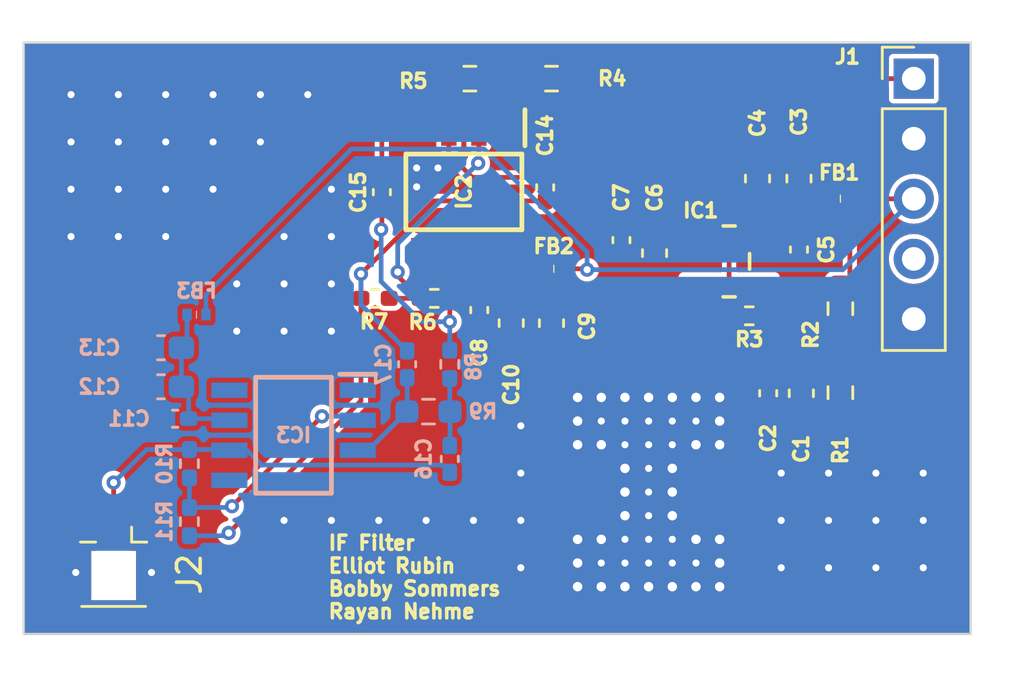
<source format=kicad_pcb>
(kicad_pcb (version 20221018) (generator pcbnew)
  (layers (0 "F.Cu" signal) (31 "B.Cu" signal) (34 "B.Paste" user) (35 "F.Paste" user) (36 "B.SilkS" user "B.Silkscreen") (37 "F.SilkS" user "F.Silkscreen") (38 "B.Mask" user) (39 "F.Mask" user) (44 "Edge.Cuts" user))
  (net 0 "")
  (net 1 "Net-(IC1-+IN)")
  (net 2 "GND")
  (net 3 "Net-(IC1-+VS)")
  (net 4 "/VREF")
  (net 5 "Net-(IC2-V+)")
  (net 6 "Net-(IC3-V+)")
  (net 7 "Net-(IC2-+IN)")
  (net 8 "Net-(C15-Pad1)")
  (net 9 "/LPF1OUT")
  (net 10 "Net-(C16-Pad1)")
  (net 11 "/IF_FILT_OUT")
  (net 12 "Net-(IC3-+IN)")
  (net 13 "+3V3")
  (net 14 "Net-(IC1--IN)")
  (net 16 "Net-(IC2--IN)")
  (net 20 "Net-(IC3--IN)")
  (net 23 "/IF_IN")
  (footprint "SamacSys_Parts:BLM15PX_BH1" (layer "F.Cu") (at 134.5 110.4)
    (fp_text reference "FB1" (at -0.05 -1.1) (layer "F.SilkS") (effects (font (size 0.6 0.6))))
    (fp_text value "BLM15PX121BH1D" hide)
    (fp_line (start 0 -0.15) (end 0 0.15) (stroke (width 0.05)) (layer "F.SilkS"))
    (pad "1" smd rect (at -0.4 0) (size 0.4 0.5) (layers "F.Cu" "F.Paste" "F.Mask") (net 3 "Net-(IC1-+VS)"))
    (pad "2" smd rect (at 0.4 0) (size 0.4 0.5) (layers "F.Cu" "F.Paste" "F.Mask") (net 13 "+3V3"))
  )
  (footprint "SamacSys_Parts:SOT95P290X145-5N" (layer "F.Cu") (at 129.8 113.05)
    (fp_text reference "IC1" (at -1.2 -2.15) (layer "F.SilkS") (effects (font (size 0.6 0.6))))
    (fp_text value "AD8031ARTZ-REEL7" hide)
    (fp_line (start -0.254 1.4986) (end 0.254 1.4986) (stroke (width 0.1524)) (layer "F.SilkS"))
    (fp_line (start 0.254 -1.4986) (end -0.254 -1.4986) (stroke (width 0.1524)) (layer "F.SilkS"))
    (fp_line (start 0.8636 0.3302) (end 0.8636 -0.3302) (stroke (width 0.1524)) (layer "F.SilkS"))
    (pad "1" smd rect (at -1.1938 -0.9398 90) (size 0.5588 1.4732) (layers "F.Cu" "F.Paste" "F.Mask") (net 4 "/VREF"))
    (pad "2" smd rect (at -1.1938 0 90) (size 0.5588 1.4732) (layers "F.Cu" "F.Paste" "F.Mask") (net 2 "GND"))
    (pad "3" smd rect (at -1.1938 0.9398 90) (size 0.5588 1.4732) (layers "F.Cu" "F.Paste" "F.Mask") (net 1 "Net-(IC1-+IN)"))
    (pad "4" smd rect (at 1.1938 0.9398 90) (size 0.5588 1.4732) (layers "F.Cu" "F.Paste" "F.Mask") (net 14 "Net-(IC1--IN)"))
    (pad "5" smd rect (at 1.1938 -0.9398 90) (size 0.5588 1.4732) (layers "F.Cu" "F.Paste" "F.Mask") (net 3 "Net-(IC1-+VS)"))
  )
  (footprint "Capacitor_SMD:C_0603_1608Metric_Pad1.08x0.95mm_HandSolder" (layer "F.Cu") (at 120.595 115.657 -90)
    (fp_text reference "C10" (at 2.6 -0.005 90) (layer "F.SilkS") (effects (font (size 0.6 0.6))))
    (fp_text value "10u")
    (fp_line (start -0.146267 -0.51) (end 0.146267 -0.51) (stroke (width 0.12)) (layer "F.SilkS"))
    (fp_line (start -0.146267 0.51) (end 0.146267 0.51) (stroke (width 0.12)) (layer "F.SilkS"))
    (pad "1" smd roundrect (at -0.8625 0 270) (size 1.075 0.95) (layers "F.Cu" "F.Paste" "F.Mask") (net 5 "Net-(IC2-V+)"))
    (pad "2" smd roundrect (at 0.8625 0 270) (size 1.075 0.95) (layers "F.Cu" "F.Paste" "F.Mask") (net 2 "GND"))
  )
  (footprint "Capacitor_SMD:C_0402_1005Metric_Pad0.74x0.62mm_HandSolder" (layer "F.Cu") (at 122.03 109.924 -90)
    (fp_text reference "C14" (at -2.2 0 90) (layer "F.SilkS") (effects (font (size 0.6 0.6))))
    (fp_text value "15n")
    (fp_line (start -0.115835 -0.36) (end 0.115835 -0.36) (stroke (width 0.12)) (layer "F.SilkS"))
    (fp_line (start -0.115835 0.36) (end 0.115835 0.36) (stroke (width 0.12)) (layer "F.SilkS"))
    (pad "1" smd roundrect (at -0.5675 0 270) (size 0.735 0.62) (layers "F.Cu" "F.Paste" "F.Mask") (net 7 "Net-(IC2-+IN)"))
    (pad "2" smd roundrect (at 0.5675 0 270) (size 0.735 0.62) (layers "F.Cu" "F.Paste" "F.Mask") (net 4 "/VREF"))
  )
  (footprint "Resistor_SMD:R_0603_1608Metric_Pad0.98x0.95mm_HandSolder" (layer "F.Cu") (at 118.8475 105.324 180)
    (fp_text reference "R5" (at 2.3875 -0.1) (layer "F.SilkS") (effects (font (size 0.6 0.6))))
    (fp_text value "3.3k")
    (fp_line (start -0.254724 -0.5225) (end 0.254724 -0.5225) (stroke (width 0.12)) (layer "F.SilkS"))
    (fp_line (start -0.254724 0.5225) (end 0.254724 0.5225) (stroke (width 0.12)) (layer "F.SilkS"))
    (pad "1" smd roundrect (at -0.9125 0 180) (size 0.975 0.95) (layers "F.Cu" "F.Paste" "F.Mask") (net 8 "Net-(C15-Pad1)"))
    (pad "2" smd roundrect (at 0.9125 0 180) (size 0.975 0.95) (layers "F.Cu" "F.Paste" "F.Mask") (net 7 "Net-(IC2-+IN)"))
  )
  (footprint "Capacitor_SMD:C_0402_1005Metric_Pad0.74x0.62mm_HandSolder" (layer "F.Cu") (at 132.75 112.55 -90)
    (fp_text reference "C5" (at 0 -1.16 90) (layer "F.SilkS") (effects (font (size 0.6 0.6))))
    (fp_text value "100n")
    (fp_line (start -0.115835 -0.36) (end 0.115835 -0.36) (stroke (width 0.12)) (layer "F.SilkS"))
    (fp_line (start -0.115835 0.36) (end 0.115835 0.36) (stroke (width 0.12)) (layer "F.SilkS"))
    (pad "1" smd roundrect (at -0.5675 0 270) (size 0.735 0.62) (layers "F.Cu" "F.Paste" "F.Mask") (net 3 "Net-(IC1-+VS)"))
    (pad "2" smd roundrect (at 0.5675 0 270) (size 0.735 0.62) (layers "F.Cu" "F.Paste" "F.Mask") (net 2 "GND"))
  )
  (footprint "Capacitor_SMD:C_0402_1005Metric_Pad0.74x0.62mm_HandSolder" (layer "F.Cu") (at 125.25 112.15 -90)
    (fp_text reference "C7" (at -1.8 0 90) (layer "F.SilkS") (effects (font (size 0.6 0.6))))
    (fp_text value "100n")
    (fp_line (start -0.115835 -0.36) (end 0.115835 -0.36) (stroke (width 0.12)) (layer "F.SilkS"))
    (fp_line (start -0.115835 0.36) (end 0.115835 0.36) (stroke (width 0.12)) (layer "F.SilkS"))
    (pad "1" smd roundrect (at -0.5675 0 270) (size 0.735 0.62) (layers "F.Cu" "F.Paste" "F.Mask") (net 4 "/VREF"))
    (pad "2" smd roundrect (at 0.5675 0 270) (size 0.735 0.62) (layers "F.Cu" "F.Paste" "F.Mask") (net 2 "GND"))
  )
  (footprint "Resistor_SMD:R_0402_1005Metric_Pad0.72x0.64mm_HandSolder" (layer "F.Cu") (at 130.65 115.35 180)
    (fp_text reference "R3" (at 0 -1) (layer "F.SilkS") (effects (font (size 0.6 0.6))))
    (fp_text value "4.99k")
    (fp_line (start -0.167621 -0.38) (end 0.167621 -0.38) (stroke (width 0.12)) (layer "F.SilkS"))
    (fp_line (start -0.167621 0.38) (end 0.167621 0.38) (stroke (width 0.12)) (layer "F.SilkS"))
    (pad "1" smd roundrect (at -0.5975 0 180) (size 0.715 0.64) (layers "F.Cu" "F.Paste" "F.Mask") (net 14 "Net-(IC1--IN)"))
    (pad "2" smd roundrect (at 0.5975 0 180) (size 0.715 0.64) (layers "F.Cu" "F.Paste" "F.Mask") (net 4 "/VREF"))
  )
  (footprint "Resistor_SMD:R_0402_1005Metric_Pad0.72x0.64mm_HandSolder" (layer "F.Cu") (at 114.845 114.612 180)
    (fp_text reference "R7" (at 0.045 -0.988) (layer "F.SilkS") (effects (font (size 0.6 0.6))))
    (fp_text value "680")
    (fp_line (start -0.167621 -0.38) (end 0.167621 -0.38) (stroke (width 0.12)) (layer "F.SilkS"))
    (fp_line (start -0.167621 0.38) (end 0.167621 0.38) (stroke (width 0.12)) (layer "F.SilkS"))
    (pad "1" smd roundrect (at -0.5975 0 180) (size 0.715 0.64) (layers "F.Cu" "F.Paste" "F.Mask") (net 16 "Net-(IC2--IN)"))
    (pad "2" smd roundrect (at 0.5975 0 180) (size 0.715 0.64) (layers "F.Cu" "F.Paste" "F.Mask") (net 4 "/VREF"))
  )
  (footprint "Resistor_SMD:R_0603_1608Metric_Pad0.98x0.95mm_HandSolder" (layer "F.Cu") (at 134.5 118.6 -90)
    (fp_text reference "R1" (at 2.424286 0 90) (layer "F.SilkS") (effects (font (size 0.6 0.6))))
    (fp_text value "10k")
    (fp_line (start -0.254724 -0.5225) (end 0.254724 -0.5225) (stroke (width 0.12)) (layer "F.SilkS"))
    (fp_line (start -0.254724 0.5225) (end 0.254724 0.5225) (stroke (width 0.12)) (layer "F.SilkS"))
    (pad "1" smd roundrect (at -0.9125 0 270) (size 0.975 0.95) (layers "F.Cu" "F.Paste" "F.Mask") (net 1 "Net-(IC1-+IN)"))
    (pad "2" smd roundrect (at 0.9125 0 270) (size 0.975 0.95) (layers "F.Cu" "F.Paste" "F.Mask") (net 2 "GND"))
  )
  (footprint "Capacitor_SMD:C_0402_1005Metric_Pad0.74x0.62mm_HandSolder" (layer "F.Cu") (at 115.13 110.124 -90)
    (fp_text reference "C15" (at 0 1 90) (layer "F.SilkS") (effects (font (size 0.6 0.6))))
    (fp_text value "15n")
    (fp_line (start -0.115835 -0.36) (end 0.115835 -0.36) (stroke (width 0.12)) (layer "F.SilkS"))
    (fp_line (start -0.115835 0.36) (end 0.115835 0.36) (stroke (width 0.12)) (layer "F.SilkS"))
    (pad "1" smd roundrect (at -0.5675 0 270) (size 0.735 0.62) (layers "F.Cu" "F.Paste" "F.Mask") (net 8 "Net-(C15-Pad1)"))
    (pad "2" smd roundrect (at 0.5675 0 270) (size 0.735 0.62) (layers "F.Cu" "F.Paste" "F.Mask") (net 9 "/LPF1OUT"))
  )
  (footprint "Connector_PinHeader_2.54mm:PinHeader_1x05_P2.54mm_Vertical" (layer "F.Cu") (at 137.6 105.325)
    (fp_text reference "J1" (at -2.8 -0.925) (layer "F.SilkS") (effects (font (size 0.6 0.6))))
    (fp_text value "Conn_01x05")
    (fp_line (start -1.33 -1.33) (end 0 -1.33) (stroke (width 0.12)) (layer "F.SilkS"))
    (fp_line (start -1.33 0) (end -1.33 -1.33) (stroke (width 0.12)) (layer "F.SilkS"))
    (fp_line (start -1.33 1.27) (end -1.33 11.49) (stroke (width 0.12)) (layer "F.SilkS"))
    (fp_line (start -1.33 1.27) (end 1.33 1.27) (stroke (width 0.12)) (layer "F.SilkS"))
    (fp_line (start -1.33 11.49) (end 1.33 11.49) (stroke (width 0.12)) (layer "F.SilkS"))
    (fp_line (start 1.33 1.27) (end 1.33 11.49) (stroke (width 0.12)) (layer "F.SilkS"))
    (pad "1" thru_hole rect (at 0 0) (size 1.7 1.7) (drill 1) (layers "*.Cu" "*.Mask") (net 23 "/IF_IN"))
    (pad "2" thru_hole oval (at 0 2.54) (size 1.7 1.7) (drill 1) (layers "*.Cu" "*.Mask") (net 2 "GND"))
    (pad "3" thru_hole oval (at 0 5.08) (size 1.7 1.7) (drill 1) (layers "*.Cu" "*.Mask") (net 13 "+3V3"))
    (pad "4" thru_hole oval (at 0 7.62) (size 1.7 1.7) (drill 1) (layers "*.Cu" "*.Mask"))
    (pad "5" thru_hole oval (at 0 10.16) (size 1.7 1.7) (drill 1) (layers "*.Cu" "*.Mask") (net 2 "GND"))
  )
  (footprint "Capacitor_SMD:C_0402_1005Metric_Pad0.74x0.62mm_HandSolder" (layer "F.Cu") (at 131.45 118.624286 -90)
    (fp_text reference "C2" (at 1.9 0 90) (layer "F.SilkS") (effects (font (size 0.6 0.6))))
    (fp_text value "100n")
    (fp_line (start -0.115835 -0.36) (end 0.115835 -0.36) (stroke (width 0.12)) (layer "F.SilkS"))
    (fp_line (start -0.115835 0.36) (end 0.115835 0.36) (stroke (width 0.12)) (layer "F.SilkS"))
    (pad "1" smd roundrect (at -0.5675 0 270) (size 0.735 0.62) (layers "F.Cu" "F.Paste" "F.Mask") (net 1 "Net-(IC1-+IN)"))
    (pad "2" smd roundrect (at 0.5675 0 270) (size 0.735 0.62) (layers "F.Cu" "F.Paste" "F.Mask") (net 2 "GND"))
  )
  (footprint "Capacitor_SMD:C_0603_1608Metric_Pad1.08x0.95mm_HandSolder" (layer "F.Cu") (at 122.295 115.662 -90)
    (fp_text reference "C9" (at 0.138 -1.505 90) (layer "F.SilkS") (effects (font (size 0.6 0.6))))
    (fp_text value "1u")
    (fp_line (start -0.146267 -0.51) (end 0.146267 -0.51) (stroke (width 0.12)) (layer "F.SilkS"))
    (fp_line (start -0.146267 0.51) (end 0.146267 0.51) (stroke (width 0.12)) (layer "F.SilkS"))
    (pad "1" smd roundrect (at -0.8625 0 270) (size 1.075 0.95) (layers "F.Cu" "F.Paste" "F.Mask") (net 5 "Net-(IC2-V+)"))
    (pad "2" smd roundrect (at 0.8625 0 270) (size 1.075 0.95) (layers "F.Cu" "F.Paste" "F.Mask") (net 2 "GND"))
  )
  (footprint "Resistor_SMD:R_0603_1608Metric_Pad0.98x0.95mm_HandSolder" (layer "F.Cu") (at 134.5 115.05 -90)
    (fp_text reference "R2" (at 1.1 1.25 90) (layer "F.SilkS") (effects (font (size 0.6 0.6))))
    (fp_text value "10k")
    (fp_line (start -0.254724 -0.5225) (end 0.254724 -0.5225) (stroke (width 0.12)) (layer "F.SilkS"))
    (fp_line (start -0.254724 0.5225) (end 0.254724 0.5225) (stroke (width 0.12)) (layer "F.SilkS"))
    (pad "1" smd roundrect (at -0.9125 0 270) (size 0.975 0.95) (layers "F.Cu" "F.Paste" "F.Mask") (net 13 "+3V3"))
    (pad "2" smd roundrect (at 0.9125 0 270) (size 0.975 0.95) (layers "F.Cu" "F.Paste" "F.Mask") (net 1 "Net-(IC1-+IN)"))
  )
  (footprint "Capacitor_SMD:C_0603_1608Metric_Pad1.08x0.95mm_HandSolder" (layer "F.Cu") (at 132.75 109.55 90)
    (fp_text reference "C3" (at 2.4 0 90) (layer "F.SilkS") (effects (font (size 0.6 0.6))))
    (fp_text value "10u")
    (fp_line (start -0.146267 -0.51) (end 0.146267 -0.51) (stroke (width 0.12)) (layer "F.SilkS"))
    (fp_line (start -0.146267 0.51) (end 0.146267 0.51) (stroke (width 0.12)) (layer "F.SilkS"))
    (pad "1" smd roundrect (at -0.8625 0 90) (size 1.075 0.95) (layers "F.Cu" "F.Paste" "F.Mask") (net 3 "Net-(IC1-+VS)"))
    (pad "2" smd roundrect (at 0.8625 0 90) (size 1.075 0.95) (layers "F.Cu" "F.Paste" "F.Mask") (net 2 "GND"))
  )
  (footprint "Capacitor_SMD:C_0603_1608Metric_Pad1.08x0.95mm_HandSolder" (layer "F.Cu") (at 131 109.55 90)
    (fp_text reference "C4" (at 2.35 0 90) (layer "F.SilkS") (effects (font (size 0.6 0.6))))
    (fp_text value "1u")
    (fp_line (start -0.146267 -0.51) (end 0.146267 -0.51) (stroke (width 0.12)) (layer "F.SilkS"))
    (fp_line (start -0.146267 0.51) (end 0.146267 0.51) (stroke (width 0.12)) (layer "F.SilkS"))
    (pad "1" smd roundrect (at -0.8625 0 90) (size 1.075 0.95) (layers "F.Cu" "F.Paste" "F.Mask") (net 3 "Net-(IC1-+VS)"))
    (pad "2" smd roundrect (at 0.8625 0 90) (size 1.075 0.95) (layers "F.Cu" "F.Paste" "F.Mask") (net 2 "GND"))
  )
  (footprint "Connector_Coaxial:U.FL_Hirose_U.FL-R-SMT-1_Vertical" (layer "F.Cu") (at 103.8 125.8 -90)
    (fp_text reference "J2" (at 0.475 -3.2 90) (layer "F.SilkS"))
    (fp_text value "Conn_Coaxial")
    (fp_line (start -0.885 -1.4) (end -0.885 -0.76) (stroke (width 0.12)) (layer "F.SilkS"))
    (fp_line (start -0.885 -0.76) (end -1.515 -0.76) (stroke (width 0.12)) (layer "F.SilkS"))
    (fp_line (start -0.885 1.4) (end -0.885 0.76) (stroke (width 0.12)) (layer "F.SilkS"))
    (fp_line (start 1.835 -1.35) (end 1.835 1.35) (stroke (width 0.12)) (layer "F.SilkS"))
    (pad "1" smd roundrect (at -1.05 0 270) (size 1.05 1) (layers "F.Cu" "F.Paste" "F.Mask") (net 11 "/IF_FILT_OUT"))
    (pad "2" smd roundrect (at 0.475 -1.475 270) (size 2.2 1.05) (layers "F.Cu" "F.Paste" "F.Mask") (roundrect_rratio 0.2380952381) (net 2 "GND"))
    (pad "2" smd roundrect (at 0.475 1.475 270) (size 2.2 1.05) (layers "F.Cu" "F.Paste" "F.Mask") (roundrect_rratio 0.2380952381) (net 2 "GND"))
    (zone (net 0) (net_name "") (layers "*.Cu") (connect_pads (clearance 0)) (min_thickness 0.25)
      (keepout (tracks not_allowed) (vias not_allowed) (pads not_allowed) (copperpour not_allowed) (footprints allowed))
      (fill (thermal_gap 0.5) (thermal_bridge_width 0.5))
      (polygon (pts (xy 104.75 127.375) (xy 104.75 125.285) (xy 102.85 125.285) (xy 102.85 127.375)))
    )
  )
  (footprint "Resistor_SMD:R_0402_1005Metric_Pad0.72x0.64mm_HandSolder" (layer "F.Cu") (at 117.345 114.612 180)
    (fp_text reference "R6" (at 0.49 -1.006) (layer "F.SilkS") (effects (font (size 0.6 0.6))))
    (fp_text value "2.2k")
    (fp_line (start -0.167621 -0.38) (end 0.167621 -0.38) (stroke (width 0.12)) (layer "F.SilkS"))
    (fp_line (start -0.167621 0.38) (end 0.167621 0.38) (stroke (width 0.12)) (layer "F.SilkS"))
    (pad "1" smd roundrect (at -0.5975 0 180) (size 0.715 0.64) (layers "F.Cu" "F.Paste" "F.Mask") (net 9 "/LPF1OUT"))
    (pad "2" smd roundrect (at 0.5975 0 180) (size 0.715 0.64) (layers "F.Cu" "F.Paste" "F.Mask") (net 16 "Net-(IC2--IN)"))
  )
  (footprint "Capacitor_SMD:C_0402_1005Metric_Pad0.74x0.62mm_HandSolder" (layer "F.Cu") (at 119.245 115.107 -90)
    (fp_text reference "C8" (at 1.8 0 90) (layer "F.SilkS") (effects (font (size 0.6 0.6))))
    (fp_text value "100n")
    (fp_line (start -0.115835 -0.36) (end 0.115835 -0.36) (stroke (width 0.12)) (layer "F.SilkS"))
    (fp_line (start -0.115835 0.36) (end 0.115835 0.36) (stroke (width 0.12)) (layer "F.SilkS"))
    (pad "1" smd roundrect (at -0.5675 0 270) (size 0.735 0.62) (layers "F.Cu" "F.Paste" "F.Mask") (net 5 "Net-(IC2-V+)"))
    (pad "2" smd roundrect (at 0.5675 0 270) (size 0.735 0.62) (layers "F.Cu" "F.Paste" "F.Mask") (net 2 "GND"))
  )
  (footprint "Resistor_SMD:R_0603_1608Metric_Pad0.98x0.95mm_HandSolder" (layer "F.Cu") (at 122.2975 105.324 180)
    (fp_text reference "R4" (at -2.5625 0) (layer "F.SilkS") (effects (font (size 0.6 0.6))))
    (fp_text value "330")
    (fp_line (start -0.254724 -0.5225) (end 0.254724 -0.5225) (stroke (width 0.12)) (layer "F.SilkS"))
    (fp_line (start -0.254724 0.5225) (end 0.254724 0.5225) (stroke (width 0.12)) (layer "F.SilkS"))
    (pad "1" smd roundrect (at -0.9125 0 180) (size 0.975 0.95) (layers "F.Cu" "F.Paste" "F.Mask") (net 23 "/IF_IN"))
    (pad "2" smd roundrect (at 0.9125 0 180) (size 0.975 0.95) (layers "F.Cu" "F.Paste" "F.Mask") (net 8 "Net-(C15-Pad1)"))
  )
  (footprint "SamacSys_Parts:SOIC127P599X175-8N" (layer "F.Cu") (at 118.595 110.112 -90)
    (fp_text reference "IC2" (at 0 0 90) (layer "F.SilkS") (effects (font (size 0.6 0.6))))
    (fp_text value "LT6202CS8#PBF" hide)
    (fp_line (start -3.475 -2.58) (end -1.95 -2.58) (stroke (width 0.2)) (layer "F.SilkS"))
    (fp_line (start -1.6 -2.451) (end 1.6 -2.451) (stroke (width 0.2)) (layer "F.SilkS"))
    (fp_line (start -1.6 2.451) (end -1.6 -2.451) (stroke (width 0.2)) (layer "F.SilkS"))
    (fp_line (start 1.6 -2.451) (end 1.6 2.451) (stroke (width 0.2)) (layer "F.SilkS"))
    (fp_line (start 1.6 2.451) (end -1.6 2.451) (stroke (width 0.2)) (layer "F.SilkS"))
    (pad "1" smd rect (at -2.712 -1.905) (size 0.65 1.526) (layers "F.Cu" "F.Paste" "F.Mask"))
    (pad "2" smd rect (at -2.712 -0.635) (size 0.65 1.526) (layers "F.Cu" "F.Paste" "F.Mask") (net 16 "Net-(IC2--IN)"))
    (pad "3" smd rect (at -2.712 0.635) (size 0.65 1.526) (layers "F.Cu" "F.Paste" "F.Mask") (net 7 "Net-(IC2-+IN)"))
    (pad "4" smd rect (at -2.712 1.905) (size 0.65 1.526) (layers "F.Cu" "F.Paste" "F.Mask") (net 2 "GND"))
    (pad "5" smd rect (at 2.712 1.905) (size 0.65 1.526) (layers "F.Cu" "F.Paste" "F.Mask"))
    (pad "6" smd rect (at 2.712 0.635) (size 0.65 1.526) (layers "F.Cu" "F.Paste" "F.Mask") (net 9 "/LPF1OUT"))
    (pad "7" smd rect (at 2.712 -0.635) (size 0.65 1.526) (layers "F.Cu" "F.Paste" "F.Mask") (net 5 "Net-(IC2-V+)"))
    (pad "8" smd rect (at 2.712 -1.905) (size 0.65 1.526) (layers "F.Cu" "F.Paste" "F.Mask"))
  )
  (footprint "Capacitor_SMD:C_0603_1608Metric_Pad1.08x0.95mm_HandSolder" (layer "F.Cu") (at 132.85 118.624286 -90)
    (fp_text reference "C1" (at 2.35 0 90) (layer "F.SilkS") (effects (font (size 0.6 0.6))))
    (fp_text value "10u")
    (fp_line (start -0.146267 -0.51) (end 0.146267 -0.51) (stroke (width 0.12)) (layer "F.SilkS"))
    (fp_line (start -0.146267 0.51) (end 0.146267 0.51) (stroke (width 0.12)) (layer "F.SilkS"))
    (pad "1" smd roundrect (at -0.8625 0 270) (size 1.075 0.95) (layers "F.Cu" "F.Paste" "F.Mask") (net 1 "Net-(IC1-+IN)"))
    (pad "2" smd roundrect (at 0.8625 0 270) (size 1.075 0.95) (layers "F.Cu" "F.Paste" "F.Mask") (net 2 "GND"))
  )
  (footprint "SamacSys_Parts:BLM15PX_BH1" (layer "F.Cu") (at 122.395 113.362)
    (fp_text reference "FB2" (at 0 -0.95) (layer "F.SilkS") (effects (font (size 0.6 0.6))))
    (fp_text value "BLM15PX121BH1D" hide)
    (fp_line (start 0 -0.15) (end 0 0.15) (stroke (width 0.05)) (layer "F.SilkS"))
    (pad "1" smd rect (at -0.4 0) (size 0.4 0.5) (layers "F.Cu" "F.Paste" "F.Mask") (net 5 "Net-(IC2-V+)"))
    (pad "2" smd rect (at 0.4 0) (size 0.4 0.5) (layers "F.Cu" "F.Paste" "F.Mask") (net 13 "+3V3"))
  )
  (footprint "Capacitor_SMD:C_0603_1608Metric_Pad1.08x0.95mm_HandSolder" (layer "F.Cu") (at 126.65 112.7 -90)
    (fp_text reference "C6" (at -2.35 0 90) (layer "F.SilkS") (effects (font (size 0.6 0.6))))
    (fp_text value "10u")
    (fp_line (start -0.146267 -0.51) (end 0.146267 -0.51) (stroke (width 0.12)) (layer "F.SilkS"))
    (fp_line (start -0.146267 0.51) (end 0.146267 0.51) (stroke (width 0.12)) (layer "F.SilkS"))
    (pad "1" smd roundrect (at -0.8625 0 270) (size 1.075 0.95) (layers "F.Cu" "F.Paste" "F.Mask") (net 4 "/VREF"))
    (pad "2" smd roundrect (at 0.8625 0 270) (size 1.075 0.95) (layers "F.Cu" "F.Paste" "F.Mask") (net 2 "GND"))
  )
  (footprint "Capacitor_SMD:C_0402_1005Metric_Pad0.74x0.62mm_HandSolder" (layer "B.Cu") (at 118 121.4 -90)
    (fp_text reference "C16" (at 0 1.1 -270) (layer "B.SilkS") (effects (font (size 0.6 0.6)) (justify mirror)))
    (fp_text value "15n")
    (fp_line (start -0.115835 -0.36) (end 0.115835 -0.36) (stroke (width 0.12)) (layer "B.SilkS"))
    (fp_line (start -0.115835 0.36) (end 0.115835 0.36) (stroke (width 0.12)) (layer "B.SilkS"))
    (pad "1" smd roundrect (at -0.5675 0 270) (size 0.735 0.62) (layers "B.Cu" "B.Paste" "B.Mask") (net 10 "Net-(C16-Pad1)"))
    (pad "2" smd roundrect (at 0.5675 0 270) (size 0.735 0.62) (layers "B.Cu" "B.Paste" "B.Mask") (net 11 "/IF_FILT_OUT"))
  )
  (footprint "Resistor_SMD:R_0402_1005Metric_Pad0.72x0.64mm_HandSolder" (layer "B.Cu") (at 107 121.6 90)
    (fp_text reference "R10" (at 0 -1.05 90) (layer "B.SilkS") (effects (font (size 0.6 0.6)) (justify mirror)))
    (fp_text value "1.5k")
    (fp_line (start -0.167621 -0.38) (end 0.167621 -0.38) (stroke (width 0.12)) (layer "B.SilkS"))
    (fp_line (start -0.167621 0.38) (end 0.167621 0.38) (stroke (width 0.12)) (layer "B.SilkS"))
    (pad "1" smd roundrect (at -0.5975 0 90) (size 0.715 0.64) (layers "B.Cu" "B.Paste" "B.Mask") (net 20 "Net-(IC3--IN)"))
    (pad "2" smd roundrect (at 0.5975 0 90) (size 0.715 0.64) (layers "B.Cu" "B.Paste" "B.Mask") (net 11 "/IF_FILT_OUT"))
  )
  (footprint "SamacSys_Parts:BLM15PX_BH1" (layer "B.Cu") (at 107.3 115.3)
    (fp_text reference "FB3" (at 0 -1) (layer "B.SilkS") (effects (font (size 0.6 0.6)) (justify mirror)))
    (fp_text value "BLM15PX121BH1D" hide)
    (fp_line (start 0 0.15) (end 0 -0.15) (stroke (width 0.05)) (layer "B.SilkS"))
    (pad "1" smd rect (at -0.4 0) (size 0.4 0.5) (layers "B.Cu" "B.Paste" "B.Mask") (net 6 "Net-(IC3-V+)"))
    (pad "2" smd rect (at 0.4 0) (size 0.4 0.5) (layers "B.Cu" "B.Paste" "B.Mask") (net 13 "+3V3"))
  )
  (footprint "Resistor_SMD:R_0603_1608Metric_Pad0.98x0.95mm_HandSolder" (layer "B.Cu") (at 117.1 119.4 180)
    (fp_text reference "R9" (at -2.3 0) (layer "B.SilkS") (effects (font (size 0.6 0.6)) (justify mirror)))
    (fp_text value "10k")
    (fp_line (start -0.254724 -0.5225) (end 0.254724 -0.5225) (stroke (width 0.12)) (layer "B.SilkS"))
    (fp_line (start -0.254724 0.5225) (end 0.254724 0.5225) (stroke (width 0.12)) (layer "B.SilkS"))
    (pad "1" smd roundrect (at -0.9125 0 180) (size 0.975 0.95) (layers "B.Cu" "B.Paste" "B.Mask") (net 10 "Net-(C16-Pad1)"))
    (pad "2" smd roundrect (at 0.9125 0 180) (size 0.975 0.95) (layers "B.Cu" "B.Paste" "B.Mask") (net 12 "Net-(IC3-+IN)"))
  )
  (footprint "SamacSys_Parts:SOIC127P599X175-8N" (layer "B.Cu") (at 111.4 120.4 180)
    (fp_text reference "IC3" (at 0 0) (layer "B.SilkS") (effects (font (size 0.6 0.6)) (justify mirror)))
    (fp_text value "LT6202CS8#PBF" hide)
    (fp_line (start -3.475 2.58) (end -1.95 2.58) (stroke (width 0.2)) (layer "B.SilkS"))
    (fp_line (start -1.6 -2.451) (end -1.6 2.451) (stroke (width 0.2)) (layer "B.SilkS"))
    (fp_line (start -1.6 2.451) (end 1.6 2.451) (stroke (width 0.2)) (layer "B.SilkS"))
    (fp_line (start 1.6 -2.451) (end -1.6 -2.451) (stroke (width 0.2)) (layer "B.SilkS"))
    (fp_line (start 1.6 2.451) (end 1.6 -2.451) (stroke (width 0.2)) (layer "B.SilkS"))
    (pad "1" smd rect (at -2.712 1.905 90) (size 0.65 1.526) (layers "B.Cu" "B.Paste" "B.Mask"))
    (pad "2" smd rect (at -2.712 0.635 90) (size 0.65 1.526) (layers "B.Cu" "B.Paste" "B.Mask") (net 20 "Net-(IC3--IN)"))
    (pad "3" smd rect (at -2.712 -0.635 90) (size 0.65 1.526) (layers "B.Cu" "B.Paste" "B.Mask") (net 12 "Net-(IC3-+IN)"))
    (pad "4" smd rect (at -2.712 -1.905 90) (size 0.65 1.526) (layers "B.Cu" "B.Paste" "B.Mask") (net 2 "GND"))
    (pad "5" smd rect (at 2.712 -1.905 90) (size 0.65 1.526) (layers "B.Cu" "B.Paste" "B.Mask"))
    (pad "6" smd rect (at 2.712 -0.635 90) (size 0.65 1.526) (layers "B.Cu" "B.Paste" "B.Mask") (net 11 "/IF_FILT_OUT"))
    (pad "7" smd rect (at 2.712 0.635 90) (size 0.65 1.526) (layers "B.Cu" "B.Paste" "B.Mask") (net 6 "Net-(IC3-V+)"))
    (pad "8" smd rect (at 2.712 1.905 90) (size 0.65 1.526) (layers "B.Cu" "B.Paste" "B.Mask"))
  )
  (footprint "Capacitor_SMD:C_0603_1608Metric_Pad1.08x0.95mm_HandSolder" (layer "B.Cu") (at 105.8 118.35 180)
    (fp_text reference "C12" (at 2.6 0) (layer "B.SilkS") (effects (font (size 0.6 0.6)) (justify mirror)))
    (fp_text value "1u")
    (fp_line (start -0.146267 -0.51) (end 0.146267 -0.51) (stroke (width 0.12)) (layer "B.SilkS"))
    (fp_line (start -0.146267 0.51) (end 0.146267 0.51) (stroke (width 0.12)) (layer "B.SilkS"))
    (pad "1" smd roundrect (at -0.8625 0 180) (size 1.075 0.95) (layers "B.Cu" "B.Paste" "B.Mask") (net 6 "Net-(IC3-V+)"))
    (pad "2" smd roundrect (at 0.8625 0 180) (size 1.075 0.95) (layers "B.Cu" "B.Paste" "B.Mask") (net 2 "GND"))
  )
  (footprint "Capacitor_SMD:C_0402_1005Metric_Pad0.74x0.62mm_HandSolder" (layer "B.Cu") (at 106.4 119.7 180)
    (fp_text reference "C11" (at 1.95 0) (layer "B.SilkS") (effects (font (size 0.6 0.6)) (justify mirror)))
    (fp_text value "100n")
    (fp_line (start -0.115835 -0.36) (end 0.115835 -0.36) (stroke (width 0.12)) (layer "B.SilkS"))
    (fp_line (start -0.115835 0.36) (end 0.115835 0.36) (stroke (width 0.12)) (layer "B.SilkS"))
    (pad "1" smd roundrect (at -0.5675 0 180) (size 0.735 0.62) (layers "B.Cu" "B.Paste" "B.Mask") (net 6 "Net-(IC3-V+)"))
    (pad "2" smd roundrect (at 0.5675 0 180) (size 0.735 0.62) (layers "B.Cu" "B.Paste" "B.Mask") (net 2 "GND"))
  )
  (footprint "Resistor_SMD:R_0402_1005Metric_Pad0.72x0.64mm_HandSolder" (layer "B.Cu") (at 107 124.05 90)
    (fp_text reference "R11" (at 0 -1.05 90) (layer "B.SilkS") (effects (font (size 0.6 0.6)) (justify mirror)))
    (fp_text value "1.5k")
    (fp_line (start -0.167621 -0.38) (end 0.167621 -0.38) (stroke (width 0.12)) (layer "B.SilkS"))
    (fp_line (start -0.167621 0.38) (end 0.167621 0.38) (stroke (width 0.12)) (layer "B.SilkS"))
    (pad "1" smd roundrect (at -0.5975 0 90) (size 0.715 0.64) (layers "B.Cu" "B.Paste" "B.Mask") (net 4 "/VREF"))
    (pad "2" smd roundrect (at 0.5975 0 90) (size 0.715 0.64) (layers "B.Cu" "B.Paste" "B.Mask") (net 20 "Net-(IC3--IN)"))
  )
  (footprint "Capacitor_SMD:C_0603_1608Metric_Pad1.08x0.95mm_HandSolder" (layer "B.Cu") (at 105.8 116.7 180)
    (fp_text reference "C13" (at 2.6 0) (layer "B.SilkS") (effects (font (size 0.6 0.6)) (justify mirror)))
    (fp_text value "10u")
    (fp_line (start -0.146267 -0.51) (end 0.146267 -0.51) (stroke (width 0.12)) (layer "B.SilkS"))
    (fp_line (start -0.146267 0.51) (end 0.146267 0.51) (stroke (width 0.12)) (layer "B.SilkS"))
    (pad "1" smd roundrect (at -0.8625 0 180) (size 1.075 0.95) (layers "B.Cu" "B.Paste" "B.Mask") (net 6 "Net-(IC3-V+)"))
    (pad "2" smd roundrect (at 0.8625 0 180) (size 1.075 0.95) (layers "B.Cu" "B.Paste" "B.Mask") (net 2 "GND"))
  )
  (footprint "Capacitor_SMD:C_0402_1005Metric_Pad0.74x0.62mm_HandSolder" (layer "B.Cu") (at 116.2 117.4 90)
    (fp_text reference "C17" (at 0 -1 90) (layer "B.SilkS") (effects (font (size 0.6 0.6)) (justify mirror)))
    (fp_text value "2.2n")
    (fp_line (start -0.115835 -0.36) (end 0.115835 -0.36) (stroke (width 0.12)) (layer "B.SilkS"))
    (fp_line (start -0.115835 0.36) (end 0.115835 0.36) (stroke (width 0.12)) (layer "B.SilkS"))
    (pad "1" smd roundrect (at -0.5675 0 90) (size 0.735 0.62) (layers "B.Cu" "B.Paste" "B.Mask") (net 12 "Net-(IC3-+IN)"))
    (pad "2" smd roundrect (at 0.5675 0 90) (size 0.735 0.62) (layers "B.Cu" "B.Paste" "B.Mask") (net 4 "/VREF"))
  )
  (footprint "Resistor_SMD:R_0402_1005Metric_Pad0.72x0.64mm_HandSolder" (layer "B.Cu") (at 118 117.4 -90)
    (fp_text reference "R8" (at 0.1025 -1 90) (layer "B.SilkS") (effects (font (size 0.6 0.6)) (justify mirror)))
    (fp_text value "680")
    (fp_line (start -0.167621 -0.38) (end 0.167621 -0.38) (stroke (width 0.12)) (layer "B.SilkS"))
    (fp_line (start -0.167621 0.38) (end 0.167621 0.38) (stroke (width 0.12)) (layer "B.SilkS"))
    (pad "1" smd roundrect (at -0.5975 0 270) (size 0.715 0.64) (layers "B.Cu" "B.Paste" "B.Mask") (net 9 "/LPF1OUT"))
    (pad "2" smd roundrect (at 0.5975 0 270) (size 0.715 0.64) (layers "B.Cu" "B.Paste" "B.Mask") (net 10 "Net-(C16-Pad1)"))
  )
  (gr_rect (start 100 103.8) (end 140 128.8) (stroke (width 0.1)) (fill none) (layer "Edge.Cuts"))
  (gr_text "IF Filter\nElliot Rubin\nBobby Sommers\nRayan Nehme" (at 112.8 128.2) (layer "F.SilkS") (effects (font (size 0.6 0.6) (thickness 0.15) bold) (justify left bottom)))
  (segment (start 131.819286 117.6875) (end 131.45 118.056786) (width 0.2) (layer "F.Cu") (net 1))
  (segment (start 128.6062 115.212986) (end 131.45 118.056786) (width 0.2) (layer "F.Cu") (net 1))
  (segment (start 134.5 115.9625) (end 134.5 117.6875) (width 0.2) (layer "F.Cu") (net 1))
  (segment (start 128.6062 113.9898) (end 128.6062 115.212986) (width 0.2) (layer "F.Cu") (net 1))
  (segment (start 134.5 117.6875) (end 131.819286 117.6875) (width 0.2) (layer "F.Cu") (net 1))
  (via (at 127.4 126.8) (size 0.8) (drill 0.4) (layers "F.Cu" "B.Cu") (net 2))
  (via (at 104 106) (size 0.6) (drill 0.3) (layers "F.Cu" "B.Cu") (net 2))
  (via (at 128.4 119.8) (size 0.6) (drill 0.3) (layers "F.Cu" "B.Cu") (net 2))
  (via (at 123.4 125.8) (size 0.8) (drill 0.4) (layers "F.Cu" "B.Cu") (net 2))
  (via (at 134 126) (size 0.6) (drill 0.3) (layers "F.Cu" "B.Cu") (net 2))
  (via (at 102 110) (size 0.6) (drill 0.3) (layers "F.Cu" "B.Cu") (net 2))
  (via (at 124.4 125.8) (size 0.6) (drill 0.3) (layers "F.Cu" "B.Cu") (net 2))
  (via (at 125.4 123.8) (size 0.8) (drill 0.4) (layers "F.Cu" "B.Cu") (net 2))
  (via (at 124.4 119.8) (size 0.6) (drill 0.3) (layers "F.Cu" "B.Cu") (net 2))
  (via (at 128.4 120.8) (size 0.8) (drill 0.4) (layers "F.Cu" "B.Cu") (net 2))
  (via (at 104 108) (size 0.6) (drill 0.3) (layers "F.Cu" "B.Cu") (net 2))
  (via (at 127.4 123.8) (size 0.8) (drill 0.4) (layers "F.Cu" "B.Cu") (net 2))
  (via (at 138 124) (size 0.6) (drill 0.3) (layers "F.Cu" "B.Cu") (net 2))
  (via (at 102 106) (size 0.6) (drill 0.3) (layers "F.Cu" "B.Cu") (net 2))
  (via (at 116.6 109.1) (size 0.6) (drill 0.3) (layers "F.Cu" "B.Cu") (net 2))
  (via (at 125.4 121.8) (size 0.8) (drill 0.4) (layers "F.Cu" "B.Cu") (net 2))
  (via (at 128.4 118.8) (size 0.8) (drill 0.4) (layers "F.Cu" "B.Cu") (net 2))
  (via (at 104 110) (size 0.6) (drill 0.3) (layers "F.Cu" "B.Cu") (net 2))
  (via (at 111 114) (size 0.6) (drill 0.3) (layers "F.Cu" "B.Cu") (net 2))
  (via (at 132 122) (size 0.6) (drill 0.3) (layers "F.Cu" "B.Cu") (net 2))
  (via (at 127.4 125.8) (size 0.6) (drill 0.3) (layers "F.Cu" "B.Cu") (net 2))
  (via (at 129.4 124.8) (size 0.8) (drill 0.4) (layers "F.Cu" "B.Cu") (net 2))
  (via (at 126.4 126.8) (size 0.8) (drill 0.4) (layers "F.Cu" "B.Cu") (net 2))
  (via (at 121 122) (size 0.6) (drill 0.3) (layers "F.Cu" "B.Cu") (net 2))
  (via (at 124.4 118.8) (size 0.8) (drill 0.4) (layers "F.Cu" "B.Cu") (net 2))
  (via (at 127.4 122.8) (size 0.8) (drill 0.4) (layers "F.Cu" "B.Cu") (net 2))
  (via (at 109 116) (size 0.6) (drill 0.3) (layers "F.Cu" "B.Cu") (net 2))
  (via (at 106 108) (size 0.6) (drill 0.3) (layers "F.Cu" "B.Cu") (net 2))
  (via (at 108 108) (size 0.6) (drill 0.3) (layers "F.Cu" "B.Cu") (net 2))
  (via (at 108 110) (size 0.6) (drill 0.3) (layers "F.Cu" "B.Cu") (net 2))
  (via (at 113 110) (size 0.6) (drill 0.3) (layers "F.Cu" "B.Cu") (net 2))
  (via (at 123.4 120.8) (size 0.8) (drill 0.4) (layers "F.Cu" "B.Cu") (net 2))
  (via (at 124.4 124.8) (size 0.8) (drill 0.4) (layers "F.Cu" "B.Cu") (net 2))
  (via (at 121 120) (size 0.6) (drill 0.3) (layers "F.Cu" "B.Cu") (net 2))
  (via (at 125.4 119.8) (size 0.6) (drill 0.3) (layers "F.Cu" "B.Cu") (net 2))
  (via (at 106 106) (size 0.6) (drill 0.3) (layers "F.Cu" "B.Cu") (net 2))
  (via (at 132 124) (size 0.6) (drill 0.3) (layers "F.Cu" "B.Cu") (net 2))
  (via (at 121 124) (size 0.6) (drill 0.3) (layers "F.Cu" "B.Cu") (net 2))
  (via (at 110 106) (size 0.6) (drill 0.3) (layers "F.Cu" "B.Cu") (net 2))
  (via (at 112 106) (size 0.6) (drill 0.3) (layers "F.Cu" "B.Cu") (net 2))
  (via (at 102 112) (size 0.6) (drill 0.3) (layers "F.Cu" "B.Cu") (net 2))
  (via (at 127.4 119.8) (size 0.6) (drill 0.3) (layers "F.Cu" "B.Cu") (net 2))
  (via (at 117 124) (size 0.6) (drill 0.3) (layers "F.Cu" "B.Cu") (net 2))
  (via (at 125.4 126.8) (size 0.8) (drill 0.4) (layers "F.Cu" "B.Cu") (net 2))
  (via (at 104 112) (size 0.6) (drill 0.3) (layers "F.Cu" "B.Cu") (net 2))
  (via (at 110 108) (size 0.6) (drill 0.3) (layers "F.Cu" "B.Cu") (net 2))
  (via (at 129.4 119.8) (size 0.8) (drill 0.4) (layers "F.Cu" "B.Cu") (net 2))
  (via (at 115 124) (size 0.6) (drill 0.3) (layers "F.Cu" "B.Cu") (net 2))
  (via (at 126.4 124.8) (size 0.6) (drill 0.3) (layers "F.Cu" "B.Cu") (net 2))
  (via (at 138 122) (size 0.6) (drill 0.3) (layers "F.Cu" "B.Cu") (net 2))
  (via (at 127.4 120.8) (size 0.6) (drill 0.3) (layers "F.Cu" "B.Cu") (net 2))
  (via (at 129.4 125.8) (size 0.8) (drill 0.4) (layers "F.Cu" "B.Cu") (net 2))
  (via (at 119 124) (size 0.6) (drill 0.3) (layers "F.Cu" "B.Cu") (net 2))
  (via (at 126.4 122.8) (size 0.6) (drill 0.3) (layers "F.Cu" "B.Cu") (net 2))
  (via (at 128.4 124.8) (size 0.8) (drill 0.4) (layers "F.Cu" "B.Cu") (net 2))
  (via (at 123.4 126.8) (size 0.8) (drill 0.4) (layers "F.Cu" "B.Cu") (net 2))
  (via (at 116.6 109.9) (size 0.6) (drill 0.3) (layers "F.Cu" "B.Cu") (net 2))
  (via (at 111 112) (size 0.6) (drill 0.3) (layers "F.Cu" "B.Cu") (net 2))
  (via (at 111 116) (size 0.6) (drill 0.3) (layers "F.Cu" "B.Cu") (net 2))
  (via (at 113 114) (size 0.6) (drill 0.3) (layers "F.Cu" "B.Cu") (net 2))
  (via (at 129.4 126.8) (size 0.8) (drill 0.4) (layers "F.Cu" "B.Cu") (net 2))
  (via (at 123.4 124.8) (size 0.8) (drill 0.4) (layers "F.Cu" "B.Cu") (net 2))
  (via (at 126.4 118.8) (size 0.8) (drill 0.4) (layers "F.Cu" "B.Cu") (net 2))
  (via (at 106 112) (size 0.6) (drill 0.3) (layers "F.Cu" "B.Cu") (net 2))
  (via (at 117.5 109.1) (size 0.6) (drill 0.3) (layers "F.Cu" "B.Cu") (net 2))
  (via (at 126.4 123.8) (size 0.6) (drill 0.3) (layers "F.Cu" "B.Cu") (net 2))
  (via (at 124.4 126.8) (size 0.8) (drill 0.4) (layers "F.Cu" "B.Cu") (net 2))
  (via (at 136 126) (size 0.6) (drill 0.3) (layers "F.Cu" "B.Cu") (net 2))
  (via (at 127.4 121.8) (size 0.8) (drill 0.4) (layers "F.Cu" "B.Cu") (net 2))
  (via (at 134 124) (size 0.6) (drill 0.3) (layers "F.Cu" "B.Cu") (net 2))
  (via (at 126.4 121.8) (size 0.6) (drill 0.3) (layers "F.Cu" "B.Cu") (net 2))
  (via (at 126.4 125.8) (size 0.6) (drill 0.3) (layers "F.Cu" "B.Cu") (net 2))
  (via (at 121 126) (size 0.6) (drill 0.3) (layers "F.Cu" "B.Cu") (net 2))
  (via (at 109 114) (size 0.6) (drill 0.3) (layers "F.Cu" "B.Cu") (net 2))
  (via (at 123.4 118.8) (size 0.8) (drill 0.4) (layers "F.Cu" "B.Cu") (net 2))
  (via (at 132 126) (size 0.6) (drill 0.3) (layers "F.Cu" "B.Cu") (net 2))
  (via (at 127.4 118.8) (size 0.8) (drill 0.4) (layers "F.Cu" "B.Cu") (net 2))
  (via (at 125.4 118.8) (size 0.8) (drill 0.4) (layers "F.Cu" "B.Cu") (net 2))
  (via (at 127.4 124.8) (size 0.6) (drill 0.3) (layers "F.Cu" "B.Cu") (net 2))
  (via (at 102.2 126.2) (size 0.6) (drill 0.3) (layers "F.Cu" "B.Cu") (net 2))
  (via (at 138 126) (size 0.6) (drill 0.3) (layers "F.Cu" "B.Cu") (net 2))
  (via (at 134 122) (size 0.6) (drill 0.3) (layers "F.Cu" "B.Cu") (net 2))
  (via (at 125.4 124.8) (size 0.6) (drill 0.3) (layers "F.Cu" "B.Cu") (net 2))
  (via (at 136 122) (size 0.6) (drill 0.3) (layers "F.Cu" "B.Cu") (net 2))
  (via (at 124.4 120.8) (size 0.8) (drill 0.4) (layers "F.Cu" "B.Cu") (net 2))
  (via (at 105.4 126.2) (size 0.6) (drill 0.3) (layers "F.Cu" "B.Cu") (net 2))
  (via (at 128.4 125.8) (size 0.6) (drill 0.3) (layers "F.Cu" "B.Cu") (net 2))
  (via (at 113 112) (size 0.6) (drill 0.3) (layers "F.Cu" "B.Cu") (net 2))
  (via (at 128.4 126.8) (size 0.8) (drill 0.4) (layers "F.Cu" "B.Cu") (net 2))
  (via (at 111 124) (size 0.6) (drill 0.3) (layers "F.Cu" "B.Cu") (net 2))
  (via (at 123.4 119.8) (size 0.8) (drill 0.4) (layers "F.Cu" "B.Cu") (net 2))
  (via (at 106 110) (size 0.6) (drill 0.3) (layers "F.Cu" "B.Cu") (net 2))
  (via (at 126.4 120.8) (size 0.6) (drill 0.3) (layers "F.Cu" "B.Cu") (net 2))
  (via (at 113 124) (size 0.6) (drill 0.3) (layers "F.Cu" "B.Cu") (net 2))
  (via (at 108 106) (size 0.6) (drill 0.3) (layers "F.Cu" "B.Cu") (net 2))
  (via (at 125.4 122.8) (size 0.8) (drill 0.4) (layers "F.Cu" "B.Cu") (net 2))
  (via (at 129.4 118.8) (size 0.8) (drill 0.4) (layers "F.Cu" "B.Cu") (net 2))
  (via (at 126.4 119.8) (size 0.6) (drill 0.3) (layers "F.Cu" "B.Cu") (net 2))
  (via (at 102 108) (size 0.6) (drill 0.3) (layers "F.Cu" "B.Cu") (net 2))
  (via (at 125.4 120.8) (size 0.6) (drill 0.3) (layers "F.Cu" "B.Cu") (net 2))
  (via (at 129.4 120.8) (size 0.8) (drill 0.4) (layers "F.Cu" "B.Cu") (net 2))
  (via (at 136 124) (size 0.6) (drill 0.3) (layers "F.Cu" "B.Cu") (net 2))
  (via (at 113 116) (size 0.6) (drill 0.3) (layers "F.Cu" "B.Cu") (net 2))
  (via (at 125.4 125.8) (size 0.6) (drill 0.3) (layers "F.Cu" "B.Cu") (net 2))
  (segment (start 131.0125 110.4) (end 131 110.4125) (width 0.2) (layer "F.Cu") (net 3))
  (segment (start 130.9938 112.1102) (end 132.6223 112.1102) (width 0.2) (layer "F.Cu") (net 3))
  (segment (start 134.1 110.4) (end 131.0125 110.4) (width 0.2) (layer "F.Cu") (net 3))
  (segment (start 132.75 110.4125) (end 132.75 111.9825) (width 0.2) (layer "F.Cu") (net 3))
  (segment (start 132.6223 112.1102) (end 132.75 111.9825) (width 0.2) (layer "F.Cu") (net 3))
  (segment (start 129.8 115.0975) (end 130.0525 115.35) (width 0.2) (layer "F.Cu") (net 4))
  (segment (start 125.25 111.5825) (end 126.395 111.5825) (width 0.2) (layer "F.Cu") (net 4))
  (segment (start 114.2475 114.612) (end 114.2475 113.5785) (width 0.2) (layer "F.Cu") (net 4))
  (segment (start 126.9125 112.1) (end 128.596 112.1) (width 0.2) (layer "F.Cu") (net 4))
  (segment (start 122.03 110.4915) (end 124.159 110.4915) (width 0.2) (layer "F.Cu") (net 4))
  (segment (start 108.66 124.53) (end 114.2475 118.9425) (width 0.2) (layer "F.Cu") (net 4))
  (segment (start 126.395 111.5825) (end 126.65 111.8375) (width 0.2) (layer "F.Cu") (net 4))
  (segment (start 128.596 112.1) (end 128.6062 112.1102) (width 0.2) (layer "F.Cu") (net 4))
  (segment (start 124.159 110.4915) (end 125.25 111.5825) (width 0.2) (layer "F.Cu") (net 4))
  (segment (start 129.8 112.3674) (end 129.8 115.0975) (width 0.2) (layer "F.Cu") (net 4))
  (segment (start 114.2475 118.9425) (end 114.2475 114.612) (width 0.2) (layer "F.Cu") (net 4))
  (segment (start 129.5428 112.1102) (end 129.8 112.3674) (width 0.2) (layer "F.Cu") (net 4))
  (segment (start 126.65 111.8375) (end 126.9125 112.1) (width 0.2) (layer "F.Cu") (net 4))
  (segment (start 128.6062 112.1102) (end 129.5428 112.1102) (width 0.2) (layer "F.Cu") (net 4))
  (segment (start 114.2475 113.5785) (end 117.3345 110.4915) (width 0.2) (layer "F.Cu") (net 4))
  (segment (start 117.3345 110.4915) (end 122.03 110.4915) (width 0.2) (layer "F.Cu") (net 4))
  (via (at 108.66 124.53) (size 0.6) (drill 0.3) (layers "F.Cu" "B.Cu") (net 4))
  (via (at 114.2475 113.5785) (size 0.6) (drill 0.3) (layers "F.Cu" "B.Cu") (net 4))
  (segment (start 108.5425 124.6475) (end 108.66 124.53) (width 0.2) (layer "B.Cu") (net 4))
  (segment (start 116.2 116.8325) (end 114.2475 114.88) (width 0.2) (layer "B.Cu") (net 4))
  (segment (start 114.2475 114.88) (end 114.2475 113.5785) (width 0.2) (layer "B.Cu") (net 4))
  (segment (start 107 124.6475) (end 108.5425 124.6475) (width 0.2) (layer "B.Cu") (net 4))
  (segment (start 106.6625 116.7) (end 106.9 116.4625) (width 0.2) (layer "B.Cu") (net 6))
  (segment (start 106.9675 118.655) (end 106.6625 118.35) (width 0.2) (layer "B.Cu") (net 6))
  (segment (start 106.9675 119.7) (end 106.9675 118.655) (width 0.2) (layer "B.Cu") (net 6))
  (segment (start 106.9675 119.7) (end 108.623 119.7) (width 0.2) (layer "B.Cu") (net 6))
  (segment (start 108.623 119.7) (end 108.688 119.765) (width 0.2) (layer "B.Cu") (net 6))
  (segment (start 106.9 116.4625) (end 106.9 115.3) (width 0.2) (layer "B.Cu") (net 6))
  (segment (start 106.6625 118.35) (end 106.6625 116.7) (width 0.2) (layer "B.Cu") (net 6))
  (segment (start 118.951471 109.5) (end 117.96 108.508529) (width 0.2) (layer "F.Cu") (net 7))
  (segment (start 122.03 109.3565) (end 121.8865 109.5) (width 0.2) (layer "F.Cu") (net 7))
  (segment (start 117.96 108.508529) (end 117.96 107.4) (width 0.2) (layer "F.Cu") (net 7))
  (segment (start 117.935 107.375) (end 117.96 107.4) (width 0.2) (layer "F.Cu") (net 7))
  (segment (start 117.935 105.324) (end 117.935 107.375) (width 0.2) (layer "F.Cu") (net 7))
  (segment (start 121.8865 109.5) (end 118.951471 109.5) (width 0.2) (layer "F.Cu") (net 7))
  (segment (start 121.385 105.324) (end 119.76 105.324) (width 0.2) (layer "F.Cu") (net 8))
  (segment (start 115.13 109.5565) (end 115.13 106.874778) (width 0.2) (layer "F.Cu") (net 8))
  (segment (start 117.455778 104.549) (end 118.985 104.549) (width 0.2) (layer "F.Cu") (net 8))
  (segment (start 115.13 106.874778) (end 117.455778 104.549) (width 0.2) (layer "F.Cu") (net 8))
  (segment (start 118.985 104.549) (end 119.76 105.324) (width 0.2) (layer "F.Cu") (net 8))
  (segment (start 118 114.6695) (end 117.9425 114.612) (width 0.2) (layer "F.Cu") (net 9))
  (segment (start 115.13 111.67) (end 115.1 111.7) (width 0.2) (layer "F.Cu") (net 9))
  (segment (start 117.9425 112.8415) (end 117.96 112.824) (width 0.2) (layer "F.Cu") (net 9))
  (segment (start 118 115.6) (end 118 114.6695) (width 0.2) (layer "F.Cu") (net 9))
  (segment (start 115.13 110.6915) (end 115.13 111.67) (width 0.2) (layer "F.Cu") (net 9))
  (segment (start 117.9425 114.612) (end 117.9425 112.8415) (width 0.2) (layer "F.Cu") (net 9))
  (via (at 115.1 111.7) (size 0.6) (drill 0.3) (layers "F.Cu" "B.Cu") (net 9))
  (via (at 118 115.6) (size 0.6) (drill 0.3) (layers "F.Cu" "B.Cu") (net 9))
  (segment (start 115.1 111.7) (end 115.1 113.9) (width 0.2) (layer "B.Cu") (net 9))
  (segment (start 118 116.8025) (end 118 115.6) (width 0.2) (layer "B.Cu") (net 9))
  (segment (start 116.8 115.6) (end 118 115.6) (width 0.2) (layer "B.Cu") (net 9))
  (segment (start 115.1 113.9) (end 116.8 115.6) (width 0.2) (layer "B.Cu") (net 9))
  (segment (start 118.0125 120.82) (end 118 120.8325) (width 0.2) (layer "B.Cu") (net 10))
  (segment (start 118.0125 119.4) (end 118.0125 120.82) (width 0.2) (layer "B.Cu") (net 10))
  (segment (start 118 117.9975) (end 118 119.3875) (width 0.2) (layer "B.Cu") (net 10))
  (segment (start 118 119.3875) (end 118.0125 119.4) (width 0.2) (layer "B.Cu") (net 10))
  (segment (start 103.8 122.4) (end 103.8 124.75) (width 0.2) (layer "F.Cu") (net 11))
  (via (at 103.8 122.4) (size 0.6) (drill 0.3) (layers "F.Cu" "B.Cu") (net 11))
  (segment (start 108.6555 121.0025) (end 108.688 121.035) (width 0.2) (layer "B.Cu") (net 11))
  (segment (start 107 121.0025) (end 105.1975 121.0025) (width 0.2) (layer "B.Cu") (net 11))
  (segment (start 110.06 121.66) (end 117.6925 121.66) (width 0.2) (layer "B.Cu") (net 11))
  (segment (start 108.688 121.035) (end 109.435 121.035) (width 0.2) (layer "B.Cu") (net 11))
  (segment (start 117.6925 121.66) (end 118 121.9675) (width 0.2) (layer "B.Cu") (net 11))
  (segment (start 109.435 121.035) (end 110.06 121.66) (width 0.2) (layer "B.Cu") (net 11))
  (segment (start 107 121.0025) (end 108.6555 121.0025) (width 0.2) (layer "B.Cu") (net 11))
  (segment (start 105.1975 121.0025) (end 103.8 122.4) (width 0.2) (layer "B.Cu") (net 11))
  (segment (start 114.112 121.035) (end 114.5525 121.035) (width 0.2) (layer "B.Cu") (net 12))
  (segment (start 116.2 119.3875) (end 116.1875 119.4) (width 0.2) (layer "B.Cu") (net 12))
  (segment (start 116.2 117.9675) (end 116.2 119.3875) (width 0.2) (layer "B.Cu") (net 12))
  (segment (start 114.5525 121.035) (end 116.1875 119.4) (width 0.2) (layer "B.Cu") (net 12))
  (segment (start 134.9 113.7375) (end 134.9 110.4) (width 0.2) (layer "F.Cu") (net 13))
  (segment (start 122.795 113.362) (end 123.762 113.362) (width 0.2) (layer "F.Cu") (net 13))
  (segment (start 134.5 114.1375) (end 134.9 113.7375) (width 0.2) (layer "F.Cu") (net 13))
  (segment (start 134.905 110.405) (end 134.9 110.4) (width 0.2) (layer "F.Cu") (net 13))
  (segment (start 123.762 113.362) (end 123.8 113.4) (width 0.2) (layer "F.Cu") (net 13))
  (segment (start 137.6 110.405) (end 134.905 110.405) (width 0.2) (layer "F.Cu") (net 13))
  (via (at 123.8 113.4) (size 0.6) (drill 0.3) (layers "F.Cu" "B.Cu") (net 13))
  (segment (start 123.8 112.651471) (end 119.448529 108.3) (width 0.2) (layer "B.Cu") (net 13))
  (segment (start 119.448529 108.3) (end 113.851471 108.3) (width 0.2) (layer "B.Cu") (net 13))
  (segment (start 134.605 113.4) (end 137.6 110.405) (width 0.2) (layer "B.Cu") (net 13))
  (segment (start 107.7 114.451471) (end 107.7 115.3) (width 0.2) (layer "B.Cu") (net 13))
  (segment (start 123.8 113.4) (end 134.605 113.4) (width 0.2) (layer "B.Cu") (net 13))
  (segment (start 113.851471 108.3) (end 107.7 114.451471) (width 0.2) (layer "B.Cu") (net 13))
  (segment (start 123.8 113.4) (end 123.8 112.651471) (width 0.2) (layer "B.Cu") (net 13))
  (segment (start 130.9938 113.9898) (end 130.9938 115.0963) (width 0.2) (layer "F.Cu") (net 14))
  (segment (start 130.9938 115.0963) (end 131.2475 115.35) (width 0.2) (layer "F.Cu") (net 14))
  (segment (start 119.23 108.87) (end 119.2 108.9) (width 0.2) (layer "F.Cu") (net 16))
  (segment (start 119.23 107.4) (end 119.23 108.87) (width 0.2) (layer "F.Cu") (net 16))
  (segment (start 115.8 113.5) (end 115.8 113.6645) (width 0.2) (layer "F.Cu") (net 16))
  (segment (start 115.8 113.6645) (end 116.7475 114.612) (width 0.2) (layer "F.Cu") (net 16))
  (segment (start 116.7475 114.612) (end 115.4425 114.612) (width 0.2) (layer "F.Cu") (net 16))
  (segment (start 115.5 114.5545) (end 115.4425 114.612) (width 0.2) (layer "F.Cu") (net 16))
  (via (at 119.2 108.9) (size 0.6) (drill 0.3) (layers "F.Cu" "B.Cu") (net 16))
  (via (at 115.8 113.5) (size 0.6) (drill 0.3) (layers "F.Cu" "B.Cu") (net 16))
  (segment (start 119.2 108.9) (end 115.8 112.3) (width 0.2) (layer "B.Cu") (net 16))
  (segment (start 115.8 112.3) (end 115.8 113.5) (width 0.2) (layer "B.Cu") (net 16))
  (segment (start 108.8 123.4) (end 112.6 119.6) (width 0.2) (layer "F.Cu") (net 20))
  (via (at 112.6 119.6) (size 0.6) (drill 0.3) (layers "F.Cu" "B.Cu") (net 20))
  (via (at 108.8 123.4) (size 0.6) (drill 0.3) (layers "F.Cu" "B.Cu") (net 20))
  (segment (start 113.947 119.6) (end 114.112 119.765) (width 0.2) (layer "B.Cu") (net 20))
  (segment (start 107 123.4525) (end 107 122.1975) (width 0.2) (layer "B.Cu") (net 20))
  (segment (start 108.7475 123.4525) (end 108.8 123.4) (width 0.2) (layer "B.Cu") (net 20))
  (segment (start 107 123.4525) (end 108.7475 123.4525) (width 0.2) (layer "B.Cu") (net 20))
  (segment (start 112.6 119.6) (end 113.947 119.6) (width 0.2) (layer "B.Cu") (net 20))
  (segment (start 123.211 105.325) (end 123.21 105.324) (width 0.2) (layer "F.Cu") (net 23))
  (segment (start 137.6 105.325) (end 123.211 105.325) (width 0.2) (layer "F.Cu") (net 23))
  (zone (net 5) (net_name "Net-(IC2-V+)") (layer "F.Cu") (priority 2) (connect_pads yes (clearance 0.18)) (min_thickness 0.18) (fill yes (thermal_gap 0.5) (thermal_bridge_width 0.5))
    (polygon (pts (xy 122.4 113) (xy 122.4 114.1) (xy 122.9 114.1) (xy 122.9 115.5) (xy 120 115.5) (xy 120 115.1) (xy 118.9 115.1) (xy 118.9 113.4) (xy 121.6 113.4) (xy 121.6 113)))
  )
  (zone (net 2) (net_name "GND") (layers "F&B.Cu") (priority 1) (connect_pads yes (clearance 0.18)) (min_thickness 0.18) (fill yes (thermal_gap 0.5) (thermal_bridge_width 0.5))
    (polygon (pts (xy 99 102) (xy 99 130) (xy 142 130) (xy 142 102)))
  )
)
</source>
